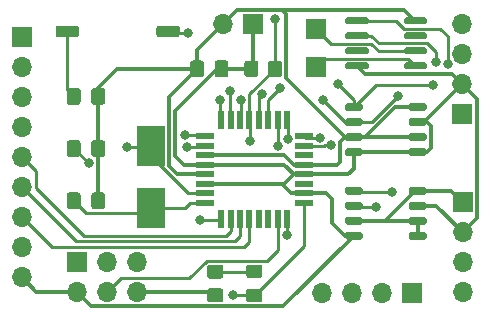
<source format=gtl>
%TF.GenerationSoftware,KiCad,Pcbnew,(5.1.6)-1*%
%TF.CreationDate,2021-02-06T14:44:39-06:00*%
%TF.ProjectId,Arduino_Clone,41726475-696e-46f5-9f43-6c6f6e652e6b,V 1.0*%
%TF.SameCoordinates,Original*%
%TF.FileFunction,Copper,L1,Top*%
%TF.FilePolarity,Positive*%
%FSLAX46Y46*%
G04 Gerber Fmt 4.6, Leading zero omitted, Abs format (unit mm)*
G04 Created by KiCad (PCBNEW (5.1.6)-1) date 2021-02-06 14:44:39*
%MOMM*%
%LPD*%
G01*
G04 APERTURE LIST*
%TA.AperFunction,ComponentPad*%
%ADD10O,1.700000X1.700000*%
%TD*%
%TA.AperFunction,ComponentPad*%
%ADD11R,1.700000X1.700000*%
%TD*%
%TA.AperFunction,SMDPad,CuDef*%
%ADD12R,0.550000X1.500000*%
%TD*%
%TA.AperFunction,SMDPad,CuDef*%
%ADD13R,1.500000X0.550000*%
%TD*%
%TA.AperFunction,SMDPad,CuDef*%
%ADD14R,1.800000X1.750000*%
%TD*%
%TA.AperFunction,SMDPad,CuDef*%
%ADD15R,2.400000X3.500000*%
%TD*%
%TA.AperFunction,ViaPad*%
%ADD16C,0.800000*%
%TD*%
%TA.AperFunction,Conductor*%
%ADD17C,0.300000*%
%TD*%
%TA.AperFunction,Conductor*%
%ADD18C,0.250000*%
%TD*%
G04 APERTURE END LIST*
%TO.P,SW1,1*%
%TO.N,Net-(C4-Pad1)*%
%TA.AperFunction,SMDPad,CuDef*%
G36*
G01*
X105575800Y-75303000D02*
X104075800Y-75303000D01*
G75*
G02*
X103825800Y-75053000I0J250000D01*
G01*
X103825800Y-74553000D01*
G75*
G02*
X104075800Y-74303000I250000J0D01*
G01*
X105575800Y-74303000D01*
G75*
G02*
X105825800Y-74553000I0J-250000D01*
G01*
X105825800Y-75053000D01*
G75*
G02*
X105575800Y-75303000I-250000J0D01*
G01*
G37*
%TD.AperFunction*%
%TO.P,SW1,2*%
%TO.N,/RESET*%
%TA.AperFunction,SMDPad,CuDef*%
G36*
G01*
X114113000Y-75303000D02*
X112613000Y-75303000D01*
G75*
G02*
X112363000Y-75053000I0J250000D01*
G01*
X112363000Y-74553000D01*
G75*
G02*
X112613000Y-74303000I250000J0D01*
G01*
X114113000Y-74303000D01*
G75*
G02*
X114363000Y-74553000I0J-250000D01*
G01*
X114363000Y-75053000D01*
G75*
G02*
X114113000Y-75303000I-250000J0D01*
G01*
G37*
%TD.AperFunction*%
%TD*%
D10*
%TO.P,BT1,2*%
%TO.N,GND*%
X117983000Y-74168000D03*
D11*
%TO.P,BT1,1*%
%TO.N,/Vcc*%
X120523000Y-74168000D03*
%TD*%
%TO.P,C1,2*%
%TO.N,GND*%
%TA.AperFunction,SMDPad,CuDef*%
G36*
G01*
X106854500Y-85200500D02*
X106854500Y-84250500D01*
G75*
G02*
X107104500Y-84000500I250000J0D01*
G01*
X107779500Y-84000500D01*
G75*
G02*
X108029500Y-84250500I0J-250000D01*
G01*
X108029500Y-85200500D01*
G75*
G02*
X107779500Y-85450500I-250000J0D01*
G01*
X107104500Y-85450500D01*
G75*
G02*
X106854500Y-85200500I0J250000D01*
G01*
G37*
%TD.AperFunction*%
%TO.P,C1,1*%
%TO.N,Net-(C1-Pad1)*%
%TA.AperFunction,SMDPad,CuDef*%
G36*
G01*
X104779500Y-85200500D02*
X104779500Y-84250500D01*
G75*
G02*
X105029500Y-84000500I250000J0D01*
G01*
X105704500Y-84000500D01*
G75*
G02*
X105954500Y-84250500I0J-250000D01*
G01*
X105954500Y-85200500D01*
G75*
G02*
X105704500Y-85450500I-250000J0D01*
G01*
X105029500Y-85450500D01*
G75*
G02*
X104779500Y-85200500I0J250000D01*
G01*
G37*
%TD.AperFunction*%
%TD*%
%TO.P,C2,1*%
%TO.N,Net-(C2-Pad1)*%
%TA.AperFunction,SMDPad,CuDef*%
G36*
G01*
X104779500Y-89618250D02*
X104779500Y-88668250D01*
G75*
G02*
X105029500Y-88418250I250000J0D01*
G01*
X105704500Y-88418250D01*
G75*
G02*
X105954500Y-88668250I0J-250000D01*
G01*
X105954500Y-89618250D01*
G75*
G02*
X105704500Y-89868250I-250000J0D01*
G01*
X105029500Y-89868250D01*
G75*
G02*
X104779500Y-89618250I0J250000D01*
G01*
G37*
%TD.AperFunction*%
%TO.P,C2,2*%
%TO.N,GND*%
%TA.AperFunction,SMDPad,CuDef*%
G36*
G01*
X106854500Y-89618250D02*
X106854500Y-88668250D01*
G75*
G02*
X107104500Y-88418250I250000J0D01*
G01*
X107779500Y-88418250D01*
G75*
G02*
X108029500Y-88668250I0J-250000D01*
G01*
X108029500Y-89618250D01*
G75*
G02*
X107779500Y-89868250I-250000J0D01*
G01*
X107104500Y-89868250D01*
G75*
G02*
X106854500Y-89618250I0J250000D01*
G01*
G37*
%TD.AperFunction*%
%TD*%
%TO.P,C3,2*%
%TO.N,GND*%
%TA.AperFunction,SMDPad,CuDef*%
G36*
G01*
X116390000Y-77503000D02*
X116390000Y-78453000D01*
G75*
G02*
X116140000Y-78703000I-250000J0D01*
G01*
X115465000Y-78703000D01*
G75*
G02*
X115215000Y-78453000I0J250000D01*
G01*
X115215000Y-77503000D01*
G75*
G02*
X115465000Y-77253000I250000J0D01*
G01*
X116140000Y-77253000D01*
G75*
G02*
X116390000Y-77503000I0J-250000D01*
G01*
G37*
%TD.AperFunction*%
%TO.P,C3,1*%
%TO.N,/Vcc*%
%TA.AperFunction,SMDPad,CuDef*%
G36*
G01*
X118465000Y-77503000D02*
X118465000Y-78453000D01*
G75*
G02*
X118215000Y-78703000I-250000J0D01*
G01*
X117540000Y-78703000D01*
G75*
G02*
X117290000Y-78453000I0J250000D01*
G01*
X117290000Y-77503000D01*
G75*
G02*
X117540000Y-77253000I250000J0D01*
G01*
X118215000Y-77253000D01*
G75*
G02*
X118465000Y-77503000I0J-250000D01*
G01*
G37*
%TD.AperFunction*%
%TD*%
%TO.P,C4,1*%
%TO.N,Net-(C4-Pad1)*%
%TA.AperFunction,SMDPad,CuDef*%
G36*
G01*
X104779500Y-80782750D02*
X104779500Y-79832750D01*
G75*
G02*
X105029500Y-79582750I250000J0D01*
G01*
X105704500Y-79582750D01*
G75*
G02*
X105954500Y-79832750I0J-250000D01*
G01*
X105954500Y-80782750D01*
G75*
G02*
X105704500Y-81032750I-250000J0D01*
G01*
X105029500Y-81032750D01*
G75*
G02*
X104779500Y-80782750I0J250000D01*
G01*
G37*
%TD.AperFunction*%
%TO.P,C4,2*%
%TO.N,GND*%
%TA.AperFunction,SMDPad,CuDef*%
G36*
G01*
X106854500Y-80782750D02*
X106854500Y-79832750D01*
G75*
G02*
X107104500Y-79582750I250000J0D01*
G01*
X107779500Y-79582750D01*
G75*
G02*
X108029500Y-79832750I0J-250000D01*
G01*
X108029500Y-80782750D01*
G75*
G02*
X107779500Y-81032750I-250000J0D01*
G01*
X107104500Y-81032750D01*
G75*
G02*
X106854500Y-80782750I0J250000D01*
G01*
G37*
%TD.AperFunction*%
%TD*%
%TO.P,D1,1*%
%TO.N,Net-(D1-Pad1)*%
%TA.AperFunction,SMDPad,CuDef*%
G36*
G01*
X120199999Y-94539000D02*
X121100001Y-94539000D01*
G75*
G02*
X121350000Y-94788999I0J-249999D01*
G01*
X121350000Y-95439001D01*
G75*
G02*
X121100001Y-95689000I-249999J0D01*
G01*
X120199999Y-95689000D01*
G75*
G02*
X119950000Y-95439001I0J249999D01*
G01*
X119950000Y-94788999D01*
G75*
G02*
X120199999Y-94539000I249999J0D01*
G01*
G37*
%TD.AperFunction*%
%TO.P,D1,2*%
%TO.N,/SCK*%
%TA.AperFunction,SMDPad,CuDef*%
G36*
G01*
X120199999Y-96589000D02*
X121100001Y-96589000D01*
G75*
G02*
X121350000Y-96838999I0J-249999D01*
G01*
X121350000Y-97489001D01*
G75*
G02*
X121100001Y-97739000I-249999J0D01*
G01*
X120199999Y-97739000D01*
G75*
G02*
X119950000Y-97489001I0J249999D01*
G01*
X119950000Y-96838999D01*
G75*
G02*
X120199999Y-96589000I249999J0D01*
G01*
G37*
%TD.AperFunction*%
%TD*%
%TO.P,J1,1*%
%TO.N,/D2*%
X100965000Y-75311000D03*
D10*
%TO.P,J1,2*%
%TO.N,/D3*%
X100965000Y-77851000D03*
%TO.P,J1,3*%
%TO.N,/D4*%
X100965000Y-80391000D03*
%TO.P,J1,4*%
%TO.N,/D5*%
X100965000Y-82931000D03*
%TO.P,J1,5*%
%TO.N,/D6*%
X100965000Y-85471000D03*
%TO.P,J1,6*%
%TO.N,/D7*%
X100965000Y-88011000D03*
%TO.P,J1,7*%
%TO.N,/D8*%
X100965000Y-90551000D03*
%TO.P,J1,8*%
%TO.N,GND*%
X100965000Y-93091000D03*
%TO.P,J1,9*%
%TO.N,/Vcc*%
X100965000Y-95631000D03*
%TD*%
D11*
%TO.P,J2,1*%
%TO.N,GND*%
X138253000Y-81788000D03*
D10*
%TO.P,J2,2*%
%TO.N,/Vcc*%
X138253000Y-79248000D03*
%TO.P,J2,3*%
%TO.N,/RX*%
X138253000Y-76708000D03*
%TO.P,J2,4*%
%TO.N,/TX*%
X138253000Y-74168000D03*
%TD*%
D11*
%TO.P,J3,1*%
%TO.N,/MISO*%
X105664000Y-94341000D03*
D10*
%TO.P,J3,2*%
%TO.N,/Vcc*%
X105664000Y-96881000D03*
%TO.P,J3,3*%
%TO.N,/SCK*%
X108204000Y-94341000D03*
%TO.P,J3,4*%
%TO.N,/MOSI*%
X108204000Y-96881000D03*
%TO.P,J3,5*%
%TO.N,/RESET*%
X110744000Y-94341000D03*
%TO.P,J3,6*%
%TO.N,GND*%
X110744000Y-96881000D03*
%TD*%
%TO.P,J4,4*%
%TO.N,/SCL*%
X138303000Y-96901000D03*
%TO.P,J4,3*%
%TO.N,/SDA*%
X138303000Y-94361000D03*
%TO.P,J4,2*%
%TO.N,/Vcc*%
X138303000Y-91821000D03*
D11*
%TO.P,J4,1*%
%TO.N,GND*%
X138303000Y-89281000D03*
%TD*%
%TO.P,J5,1*%
%TO.N,/A0*%
X133985000Y-96931000D03*
D10*
%TO.P,J5,2*%
%TO.N,/A1*%
X131445000Y-96931000D03*
%TO.P,J5,3*%
%TO.N,/A2*%
X128905000Y-96931000D03*
%TO.P,J5,4*%
%TO.N,/A3*%
X126365000Y-96931000D03*
%TD*%
%TO.P,R1,1*%
%TO.N,Net-(D1-Pad1)*%
%TA.AperFunction,SMDPad,CuDef*%
G36*
G01*
X116897999Y-94539000D02*
X117798001Y-94539000D01*
G75*
G02*
X118048000Y-94788999I0J-249999D01*
G01*
X118048000Y-95489001D01*
G75*
G02*
X117798001Y-95739000I-249999J0D01*
G01*
X116897999Y-95739000D01*
G75*
G02*
X116648000Y-95489001I0J249999D01*
G01*
X116648000Y-94788999D01*
G75*
G02*
X116897999Y-94539000I249999J0D01*
G01*
G37*
%TD.AperFunction*%
%TO.P,R1,2*%
%TO.N,GND*%
%TA.AperFunction,SMDPad,CuDef*%
G36*
G01*
X116897999Y-96539000D02*
X117798001Y-96539000D01*
G75*
G02*
X118048000Y-96788999I0J-249999D01*
G01*
X118048000Y-97489001D01*
G75*
G02*
X117798001Y-97739000I-249999J0D01*
G01*
X116897999Y-97739000D01*
G75*
G02*
X116648000Y-97489001I0J249999D01*
G01*
X116648000Y-96788999D01*
G75*
G02*
X116897999Y-96539000I249999J0D01*
G01*
G37*
%TD.AperFunction*%
%TD*%
%TO.P,R2,1*%
%TO.N,/RESET*%
%TA.AperFunction,SMDPad,CuDef*%
G36*
G01*
X123012000Y-77527999D02*
X123012000Y-78428001D01*
G75*
G02*
X122762001Y-78678000I-249999J0D01*
G01*
X122061999Y-78678000D01*
G75*
G02*
X121812000Y-78428001I0J249999D01*
G01*
X121812000Y-77527999D01*
G75*
G02*
X122061999Y-77278000I249999J0D01*
G01*
X122762001Y-77278000D01*
G75*
G02*
X123012000Y-77527999I0J-249999D01*
G01*
G37*
%TD.AperFunction*%
%TO.P,R2,2*%
%TO.N,/Vcc*%
%TA.AperFunction,SMDPad,CuDef*%
G36*
G01*
X121012000Y-77527999D02*
X121012000Y-78428001D01*
G75*
G02*
X120762001Y-78678000I-249999J0D01*
G01*
X120061999Y-78678000D01*
G75*
G02*
X119812000Y-78428001I0J249999D01*
G01*
X119812000Y-77527999D01*
G75*
G02*
X120061999Y-77278000I249999J0D01*
G01*
X120762001Y-77278000D01*
G75*
G02*
X121012000Y-77527999I0J-249999D01*
G01*
G37*
%TD.AperFunction*%
%TD*%
%TO.P,U1,8*%
%TO.N,/Vcc*%
%TA.AperFunction,SMDPad,CuDef*%
G36*
G01*
X128468000Y-91821666D02*
X129718000Y-91821666D01*
G75*
G02*
X129868000Y-91971666I0J-150000D01*
G01*
X129868000Y-92271666D01*
G75*
G02*
X129718000Y-92421666I-150000J0D01*
G01*
X128468000Y-92421666D01*
G75*
G02*
X128318000Y-92271666I0J150000D01*
G01*
X128318000Y-91971666D01*
G75*
G02*
X128468000Y-91821666I150000J0D01*
G01*
G37*
%TD.AperFunction*%
%TO.P,U1,7*%
%TO.N,GND*%
%TA.AperFunction,SMDPad,CuDef*%
G36*
G01*
X128468000Y-90551666D02*
X129718000Y-90551666D01*
G75*
G02*
X129868000Y-90701666I0J-150000D01*
G01*
X129868000Y-91001666D01*
G75*
G02*
X129718000Y-91151666I-150000J0D01*
G01*
X128468000Y-91151666D01*
G75*
G02*
X128318000Y-91001666I0J150000D01*
G01*
X128318000Y-90701666D01*
G75*
G02*
X128468000Y-90551666I150000J0D01*
G01*
G37*
%TD.AperFunction*%
%TO.P,U1,6*%
%TO.N,/SCL*%
%TA.AperFunction,SMDPad,CuDef*%
G36*
G01*
X128468000Y-89281666D02*
X129718000Y-89281666D01*
G75*
G02*
X129868000Y-89431666I0J-150000D01*
G01*
X129868000Y-89731666D01*
G75*
G02*
X129718000Y-89881666I-150000J0D01*
G01*
X128468000Y-89881666D01*
G75*
G02*
X128318000Y-89731666I0J150000D01*
G01*
X128318000Y-89431666D01*
G75*
G02*
X128468000Y-89281666I150000J0D01*
G01*
G37*
%TD.AperFunction*%
%TO.P,U1,5*%
%TO.N,/SDA*%
%TA.AperFunction,SMDPad,CuDef*%
G36*
G01*
X128468000Y-88011666D02*
X129718000Y-88011666D01*
G75*
G02*
X129868000Y-88161666I0J-150000D01*
G01*
X129868000Y-88461666D01*
G75*
G02*
X129718000Y-88611666I-150000J0D01*
G01*
X128468000Y-88611666D01*
G75*
G02*
X128318000Y-88461666I0J150000D01*
G01*
X128318000Y-88161666D01*
G75*
G02*
X128468000Y-88011666I150000J0D01*
G01*
G37*
%TD.AperFunction*%
%TO.P,U1,4*%
%TO.N,GND*%
%TA.AperFunction,SMDPad,CuDef*%
G36*
G01*
X133868000Y-88011666D02*
X135118000Y-88011666D01*
G75*
G02*
X135268000Y-88161666I0J-150000D01*
G01*
X135268000Y-88461666D01*
G75*
G02*
X135118000Y-88611666I-150000J0D01*
G01*
X133868000Y-88611666D01*
G75*
G02*
X133718000Y-88461666I0J150000D01*
G01*
X133718000Y-88161666D01*
G75*
G02*
X133868000Y-88011666I150000J0D01*
G01*
G37*
%TD.AperFunction*%
%TO.P,U1,3*%
%TO.N,/Vcc*%
%TA.AperFunction,SMDPad,CuDef*%
G36*
G01*
X133868000Y-89281666D02*
X135118000Y-89281666D01*
G75*
G02*
X135268000Y-89431666I0J-150000D01*
G01*
X135268000Y-89731666D01*
G75*
G02*
X135118000Y-89881666I-150000J0D01*
G01*
X133868000Y-89881666D01*
G75*
G02*
X133718000Y-89731666I0J150000D01*
G01*
X133718000Y-89431666D01*
G75*
G02*
X133868000Y-89281666I150000J0D01*
G01*
G37*
%TD.AperFunction*%
%TO.P,U1,2*%
%TO.N,GND*%
%TA.AperFunction,SMDPad,CuDef*%
G36*
G01*
X133868000Y-90551666D02*
X135118000Y-90551666D01*
G75*
G02*
X135268000Y-90701666I0J-150000D01*
G01*
X135268000Y-91001666D01*
G75*
G02*
X135118000Y-91151666I-150000J0D01*
G01*
X133868000Y-91151666D01*
G75*
G02*
X133718000Y-91001666I0J150000D01*
G01*
X133718000Y-90701666D01*
G75*
G02*
X133868000Y-90551666I150000J0D01*
G01*
G37*
%TD.AperFunction*%
%TO.P,U1,1*%
%TA.AperFunction,SMDPad,CuDef*%
G36*
G01*
X133868000Y-91821666D02*
X135118000Y-91821666D01*
G75*
G02*
X135268000Y-91971666I0J-150000D01*
G01*
X135268000Y-92271666D01*
G75*
G02*
X135118000Y-92421666I-150000J0D01*
G01*
X133868000Y-92421666D01*
G75*
G02*
X133718000Y-92271666I0J150000D01*
G01*
X133718000Y-91971666D01*
G75*
G02*
X133868000Y-91821666I150000J0D01*
G01*
G37*
%TD.AperFunction*%
%TD*%
%TO.P,U2,1*%
%TO.N,/Vcc*%
%TA.AperFunction,SMDPad,CuDef*%
G36*
G01*
X133868000Y-84713133D02*
X135118000Y-84713133D01*
G75*
G02*
X135268000Y-84863133I0J-150000D01*
G01*
X135268000Y-85163133D01*
G75*
G02*
X135118000Y-85313133I-150000J0D01*
G01*
X133868000Y-85313133D01*
G75*
G02*
X133718000Y-85163133I0J150000D01*
G01*
X133718000Y-84863133D01*
G75*
G02*
X133868000Y-84713133I150000J0D01*
G01*
G37*
%TD.AperFunction*%
%TO.P,U2,2*%
%TO.N,GND*%
%TA.AperFunction,SMDPad,CuDef*%
G36*
G01*
X133868000Y-83443133D02*
X135118000Y-83443133D01*
G75*
G02*
X135268000Y-83593133I0J-150000D01*
G01*
X135268000Y-83893133D01*
G75*
G02*
X135118000Y-84043133I-150000J0D01*
G01*
X133868000Y-84043133D01*
G75*
G02*
X133718000Y-83893133I0J150000D01*
G01*
X133718000Y-83593133D01*
G75*
G02*
X133868000Y-83443133I150000J0D01*
G01*
G37*
%TD.AperFunction*%
%TO.P,U2,3*%
%TO.N,/Vcc*%
%TA.AperFunction,SMDPad,CuDef*%
G36*
G01*
X133868000Y-82173133D02*
X135118000Y-82173133D01*
G75*
G02*
X135268000Y-82323133I0J-150000D01*
G01*
X135268000Y-82623133D01*
G75*
G02*
X135118000Y-82773133I-150000J0D01*
G01*
X133868000Y-82773133D01*
G75*
G02*
X133718000Y-82623133I0J150000D01*
G01*
X133718000Y-82323133D01*
G75*
G02*
X133868000Y-82173133I150000J0D01*
G01*
G37*
%TD.AperFunction*%
%TO.P,U2,4*%
%TO.N,GND*%
%TA.AperFunction,SMDPad,CuDef*%
G36*
G01*
X133868000Y-80903133D02*
X135118000Y-80903133D01*
G75*
G02*
X135268000Y-81053133I0J-150000D01*
G01*
X135268000Y-81353133D01*
G75*
G02*
X135118000Y-81503133I-150000J0D01*
G01*
X133868000Y-81503133D01*
G75*
G02*
X133718000Y-81353133I0J150000D01*
G01*
X133718000Y-81053133D01*
G75*
G02*
X133868000Y-80903133I150000J0D01*
G01*
G37*
%TD.AperFunction*%
%TO.P,U2,5*%
%TO.N,/SDA*%
%TA.AperFunction,SMDPad,CuDef*%
G36*
G01*
X128468000Y-80903133D02*
X129718000Y-80903133D01*
G75*
G02*
X129868000Y-81053133I0J-150000D01*
G01*
X129868000Y-81353133D01*
G75*
G02*
X129718000Y-81503133I-150000J0D01*
G01*
X128468000Y-81503133D01*
G75*
G02*
X128318000Y-81353133I0J150000D01*
G01*
X128318000Y-81053133D01*
G75*
G02*
X128468000Y-80903133I150000J0D01*
G01*
G37*
%TD.AperFunction*%
%TO.P,U2,6*%
%TO.N,/SCL*%
%TA.AperFunction,SMDPad,CuDef*%
G36*
G01*
X128468000Y-82173133D02*
X129718000Y-82173133D01*
G75*
G02*
X129868000Y-82323133I0J-150000D01*
G01*
X129868000Y-82623133D01*
G75*
G02*
X129718000Y-82773133I-150000J0D01*
G01*
X128468000Y-82773133D01*
G75*
G02*
X128318000Y-82623133I0J150000D01*
G01*
X128318000Y-82323133D01*
G75*
G02*
X128468000Y-82173133I150000J0D01*
G01*
G37*
%TD.AperFunction*%
%TO.P,U2,7*%
%TO.N,GND*%
%TA.AperFunction,SMDPad,CuDef*%
G36*
G01*
X128468000Y-83443133D02*
X129718000Y-83443133D01*
G75*
G02*
X129868000Y-83593133I0J-150000D01*
G01*
X129868000Y-83893133D01*
G75*
G02*
X129718000Y-84043133I-150000J0D01*
G01*
X128468000Y-84043133D01*
G75*
G02*
X128318000Y-83893133I0J150000D01*
G01*
X128318000Y-83593133D01*
G75*
G02*
X128468000Y-83443133I150000J0D01*
G01*
G37*
%TD.AperFunction*%
%TO.P,U2,8*%
%TO.N,/Vcc*%
%TA.AperFunction,SMDPad,CuDef*%
G36*
G01*
X128468000Y-84713133D02*
X129718000Y-84713133D01*
G75*
G02*
X129868000Y-84863133I0J-150000D01*
G01*
X129868000Y-85163133D01*
G75*
G02*
X129718000Y-85313133I-150000J0D01*
G01*
X128468000Y-85313133D01*
G75*
G02*
X128318000Y-85163133I0J150000D01*
G01*
X128318000Y-84863133D01*
G75*
G02*
X128468000Y-84713133I150000J0D01*
G01*
G37*
%TD.AperFunction*%
%TD*%
%TO.P,U3,1*%
%TO.N,Net-(U3-Pad1)*%
%TA.AperFunction,SMDPad,CuDef*%
G36*
G01*
X135276000Y-77574000D02*
X135276000Y-77874000D01*
G75*
G02*
X135126000Y-78024000I-150000J0D01*
G01*
X133476000Y-78024000D01*
G75*
G02*
X133326000Y-77874000I0J150000D01*
G01*
X133326000Y-77574000D01*
G75*
G02*
X133476000Y-77424000I150000J0D01*
G01*
X135126000Y-77424000D01*
G75*
G02*
X135276000Y-77574000I0J-150000D01*
G01*
G37*
%TD.AperFunction*%
%TO.P,U3,2*%
%TO.N,Net-(U3-Pad2)*%
%TA.AperFunction,SMDPad,CuDef*%
G36*
G01*
X135276000Y-76304000D02*
X135276000Y-76604000D01*
G75*
G02*
X135126000Y-76754000I-150000J0D01*
G01*
X133476000Y-76754000D01*
G75*
G02*
X133326000Y-76604000I0J150000D01*
G01*
X133326000Y-76304000D01*
G75*
G02*
X133476000Y-76154000I150000J0D01*
G01*
X135126000Y-76154000D01*
G75*
G02*
X135276000Y-76304000I0J-150000D01*
G01*
G37*
%TD.AperFunction*%
%TO.P,U3,3*%
%TO.N,Net-(U3-Pad3)*%
%TA.AperFunction,SMDPad,CuDef*%
G36*
G01*
X135276000Y-75034000D02*
X135276000Y-75334000D01*
G75*
G02*
X135126000Y-75484000I-150000J0D01*
G01*
X133476000Y-75484000D01*
G75*
G02*
X133326000Y-75334000I0J150000D01*
G01*
X133326000Y-75034000D01*
G75*
G02*
X133476000Y-74884000I150000J0D01*
G01*
X135126000Y-74884000D01*
G75*
G02*
X135276000Y-75034000I0J-150000D01*
G01*
G37*
%TD.AperFunction*%
%TO.P,U3,4*%
%TO.N,GND*%
%TA.AperFunction,SMDPad,CuDef*%
G36*
G01*
X135276000Y-73764000D02*
X135276000Y-74064000D01*
G75*
G02*
X135126000Y-74214000I-150000J0D01*
G01*
X133476000Y-74214000D01*
G75*
G02*
X133326000Y-74064000I0J150000D01*
G01*
X133326000Y-73764000D01*
G75*
G02*
X133476000Y-73614000I150000J0D01*
G01*
X135126000Y-73614000D01*
G75*
G02*
X135276000Y-73764000I0J-150000D01*
G01*
G37*
%TD.AperFunction*%
%TO.P,U3,5*%
%TO.N,/SDA*%
%TA.AperFunction,SMDPad,CuDef*%
G36*
G01*
X130326000Y-73764000D02*
X130326000Y-74064000D01*
G75*
G02*
X130176000Y-74214000I-150000J0D01*
G01*
X128526000Y-74214000D01*
G75*
G02*
X128376000Y-74064000I0J150000D01*
G01*
X128376000Y-73764000D01*
G75*
G02*
X128526000Y-73614000I150000J0D01*
G01*
X130176000Y-73614000D01*
G75*
G02*
X130326000Y-73764000I0J-150000D01*
G01*
G37*
%TD.AperFunction*%
%TO.P,U3,6*%
%TO.N,/SCL*%
%TA.AperFunction,SMDPad,CuDef*%
G36*
G01*
X130326000Y-75034000D02*
X130326000Y-75334000D01*
G75*
G02*
X130176000Y-75484000I-150000J0D01*
G01*
X128526000Y-75484000D01*
G75*
G02*
X128376000Y-75334000I0J150000D01*
G01*
X128376000Y-75034000D01*
G75*
G02*
X128526000Y-74884000I150000J0D01*
G01*
X130176000Y-74884000D01*
G75*
G02*
X130326000Y-75034000I0J-150000D01*
G01*
G37*
%TD.AperFunction*%
%TO.P,U3,7*%
%TO.N,Net-(U3-Pad7)*%
%TA.AperFunction,SMDPad,CuDef*%
G36*
G01*
X130326000Y-76304000D02*
X130326000Y-76604000D01*
G75*
G02*
X130176000Y-76754000I-150000J0D01*
G01*
X128526000Y-76754000D01*
G75*
G02*
X128376000Y-76604000I0J150000D01*
G01*
X128376000Y-76304000D01*
G75*
G02*
X128526000Y-76154000I150000J0D01*
G01*
X130176000Y-76154000D01*
G75*
G02*
X130326000Y-76304000I0J-150000D01*
G01*
G37*
%TD.AperFunction*%
%TO.P,U3,8*%
%TO.N,/Vcc*%
%TA.AperFunction,SMDPad,CuDef*%
G36*
G01*
X130326000Y-77574000D02*
X130326000Y-77874000D01*
G75*
G02*
X130176000Y-78024000I-150000J0D01*
G01*
X128526000Y-78024000D01*
G75*
G02*
X128376000Y-77874000I0J150000D01*
G01*
X128376000Y-77574000D01*
G75*
G02*
X128526000Y-77424000I150000J0D01*
G01*
X130176000Y-77424000D01*
G75*
G02*
X130326000Y-77574000I0J-150000D01*
G01*
G37*
%TD.AperFunction*%
%TD*%
D12*
%TO.P,U4,9*%
%TO.N,/D5*%
X117850000Y-90687000D03*
D13*
%TO.P,U4,1*%
%TO.N,/D3*%
X116450000Y-83687000D03*
%TO.P,U4,2*%
%TO.N,/D4*%
X116450000Y-84487000D03*
%TO.P,U4,3*%
%TO.N,GND*%
X116450000Y-85287000D03*
%TO.P,U4,4*%
%TO.N,/Vcc*%
X116450000Y-86087000D03*
%TO.P,U4,5*%
%TO.N,GND*%
X116450000Y-86887000D03*
%TO.P,U4,6*%
%TO.N,/Vcc*%
X116450000Y-87687000D03*
%TO.P,U4,7*%
%TO.N,Net-(C1-Pad1)*%
X116450000Y-88487000D03*
%TO.P,U4,8*%
%TO.N,Net-(C2-Pad1)*%
X116450000Y-89287000D03*
D12*
%TO.P,U4,10*%
%TO.N,/D6*%
X118650000Y-90687000D03*
%TO.P,U4,11*%
%TO.N,/D7*%
X119450000Y-90687000D03*
%TO.P,U4,12*%
%TO.N,/D8*%
X120250000Y-90687000D03*
%TO.P,U4,13*%
%TO.N,Net-(U4-Pad13)*%
X121050000Y-90687000D03*
%TO.P,U4,14*%
%TO.N,Net-(U4-Pad14)*%
X121850000Y-90687000D03*
%TO.P,U4,15*%
%TO.N,/MOSI*%
X122650000Y-90687000D03*
%TO.P,U4,16*%
%TO.N,/MISO*%
X123450000Y-90687000D03*
D13*
%TO.P,U4,17*%
%TO.N,/SCK*%
X124850000Y-89287000D03*
%TO.P,U4,18*%
%TO.N,/Vcc*%
X124850000Y-88487000D03*
%TO.P,U4,19*%
%TO.N,Net-(U4-Pad19)*%
X124850000Y-87687000D03*
%TO.P,U4,20*%
%TO.N,/Vcc*%
X124850000Y-86887000D03*
%TO.P,U4,21*%
%TO.N,GND*%
X124850000Y-86087000D03*
%TO.P,U4,22*%
%TO.N,Net-(U4-Pad22)*%
X124850000Y-85287000D03*
%TO.P,U4,23*%
%TO.N,/A0*%
X124850000Y-84487000D03*
%TO.P,U4,24*%
%TO.N,/A1*%
X124850000Y-83687000D03*
D12*
%TO.P,U4,25*%
%TO.N,/A2*%
X123450000Y-82287000D03*
%TO.P,U4,26*%
%TO.N,/A3*%
X122650000Y-82287000D03*
%TO.P,U4,27*%
%TO.N,/SDA*%
X121850000Y-82287000D03*
%TO.P,U4,28*%
%TO.N,/SCL*%
X121050000Y-82287000D03*
%TO.P,U4,29*%
%TO.N,/RESET*%
X120250000Y-82287000D03*
%TO.P,U4,30*%
%TO.N,/RX*%
X119450000Y-82287000D03*
%TO.P,U4,31*%
%TO.N,/TX*%
X118650000Y-82287000D03*
%TO.P,U4,32*%
%TO.N,/D2*%
X117850000Y-82287000D03*
%TD*%
D14*
%TO.P,Y1,1*%
%TO.N,Net-(U3-Pad2)*%
X125857000Y-74575000D03*
%TO.P,Y1,2*%
%TO.N,Net-(U3-Pad1)*%
X125857000Y-77825000D03*
%TD*%
D15*
%TO.P,Y2,1*%
%TO.N,Net-(C1-Pad1)*%
X111887000Y-84522000D03*
%TO.P,Y2,2*%
%TO.N,Net-(C2-Pad1)*%
X111887000Y-89722000D03*
%TD*%
D16*
%TO.N,Net-(C1-Pad1)*%
X106680000Y-85979000D03*
X109855000Y-84582000D03*
%TO.N,/SCK*%
X118872000Y-97155000D03*
%TO.N,/D2*%
X117729000Y-80645000D03*
%TO.N,/D3*%
X114793579Y-83592048D03*
%TO.N,/D4*%
X114935000Y-84582000D03*
%TO.N,/D5*%
X116078000Y-90805000D03*
%TO.N,/RX*%
X119507000Y-80645000D03*
%TO.N,/TX*%
X118618000Y-79883000D03*
%TO.N,/MISO*%
X123444000Y-92075000D03*
%TO.N,/RESET*%
X115062000Y-74952000D03*
X120269000Y-84074000D03*
X122412000Y-73771000D03*
%TO.N,/SDA*%
X135763000Y-79375000D03*
X137033000Y-77597000D03*
X132334000Y-88392000D03*
X127762000Y-79248000D03*
X122809000Y-79629000D03*
%TO.N,/A0*%
X127139000Y-84455000D03*
%TO.N,/A1*%
X126238000Y-83820000D03*
%TO.N,/A2*%
X123472693Y-83924784D03*
%TO.N,/A3*%
X122682000Y-84537000D03*
%TO.N,/SCL*%
X130937000Y-89662000D03*
X132805236Y-80264000D03*
X136017000Y-77433000D03*
X126489867Y-80645000D03*
X121283381Y-80135708D03*
%TD*%
D17*
%TO.N,/Vcc*%
X135027867Y-82473133D02*
X134493000Y-82473133D01*
X138253000Y-79248000D02*
X135027867Y-82473133D01*
X136063666Y-89581666D02*
X138303000Y-91821000D01*
X134493000Y-89581666D02*
X136063666Y-89581666D01*
X123994998Y-86887000D02*
X124850000Y-86887000D01*
X123194998Y-86087000D02*
X123994998Y-86887000D01*
X116450000Y-86087000D02*
X123194998Y-86087000D01*
X123800000Y-88487000D02*
X124850000Y-88487000D01*
X116450000Y-87687000D02*
X123000000Y-87687000D01*
X123000000Y-87687000D02*
X123800000Y-88487000D01*
X128318000Y-92121666D02*
X127254000Y-91057666D01*
X129093000Y-92121666D02*
X128318000Y-92121666D01*
X127254000Y-91057666D02*
X127254000Y-89027000D01*
X126714000Y-88487000D02*
X124850000Y-88487000D01*
X127254000Y-89027000D02*
X126714000Y-88487000D01*
X123194998Y-87687000D02*
X123994998Y-86887000D01*
X123000000Y-87687000D02*
X123194998Y-87687000D01*
X129093000Y-85013133D02*
X134493000Y-85013133D01*
X135268000Y-82473133D02*
X134493000Y-82473133D01*
X135618010Y-82823143D02*
X135268000Y-82473133D01*
X135618010Y-84663123D02*
X135618010Y-82823143D01*
X135268000Y-85013133D02*
X135618010Y-84663123D01*
X134493000Y-85013133D02*
X135268000Y-85013133D01*
X137379010Y-78374010D02*
X138253000Y-79248000D01*
X130001010Y-78374010D02*
X137379010Y-78374010D01*
X129351000Y-77724000D02*
X130001010Y-78374010D01*
X117877500Y-77978000D02*
X120412000Y-77978000D01*
X120523000Y-77867000D02*
X120412000Y-77978000D01*
X120523000Y-74168000D02*
X120523000Y-77867000D01*
X102215000Y-96881000D02*
X100965000Y-95631000D01*
X105664000Y-96881000D02*
X102215000Y-96881000D01*
X123125656Y-98089010D02*
X129093000Y-92121666D01*
X106872010Y-98089010D02*
X123125656Y-98089010D01*
X105664000Y-96881000D02*
X106872010Y-98089010D01*
X139503001Y-80498001D02*
X138253000Y-79248000D01*
X139503001Y-90620999D02*
X139503001Y-80498001D01*
X138303000Y-91821000D02*
X139503001Y-90620999D01*
X116450000Y-86087000D02*
X114680011Y-86087000D01*
X114680011Y-86087000D02*
X113937011Y-85344000D01*
X117463546Y-77978000D02*
X117877500Y-77978000D01*
X113937011Y-81504535D02*
X117463546Y-77978000D01*
X113937011Y-85344000D02*
X113937011Y-81504535D01*
X129093000Y-85013133D02*
X129093000Y-86426000D01*
X128632000Y-86887000D02*
X124850000Y-86887000D01*
X129093000Y-86426000D02*
X128632000Y-86887000D01*
%TO.N,GND*%
X134493000Y-92121666D02*
X134493000Y-90851666D01*
X107442000Y-84725500D02*
X107442000Y-80307750D01*
X117090000Y-96881000D02*
X117348000Y-97139000D01*
X110744000Y-96881000D02*
X117090000Y-96881000D01*
X132537867Y-81203133D02*
X134493000Y-81203133D01*
X129997867Y-83743133D02*
X132537867Y-81203133D01*
X129997867Y-83743133D02*
X134493000Y-83743133D01*
X129093000Y-83743133D02*
X129997867Y-83743133D01*
X129093000Y-90851666D02*
X134493000Y-90851666D01*
X134280876Y-88311666D02*
X134493000Y-88311666D01*
X131740876Y-90851666D02*
X134280876Y-88311666D01*
X129093000Y-90851666D02*
X131740876Y-90851666D01*
X137333666Y-88311666D02*
X138303000Y-89281000D01*
X134493000Y-88311666D02*
X137333666Y-88311666D01*
X123994998Y-86087000D02*
X124850000Y-86087000D01*
X123194998Y-85287000D02*
X123994998Y-86087000D01*
X116450000Y-85287000D02*
X123194998Y-85287000D01*
X115802500Y-76348500D02*
X117983000Y-74168000D01*
X115802500Y-77978000D02*
X115802500Y-76348500D01*
X119183001Y-72967999D02*
X117983000Y-74168000D01*
X134301000Y-73914000D02*
X133354999Y-72967999D01*
X126655001Y-72967999D02*
X126180999Y-72967999D01*
X133354999Y-72967999D02*
X126180999Y-72967999D01*
X123362010Y-73337008D02*
X122993001Y-72967999D01*
X123362010Y-78787143D02*
X123362010Y-73337008D01*
X122993001Y-72967999D02*
X119183001Y-72967999D01*
X126180999Y-72967999D02*
X122993001Y-72967999D01*
X113437001Y-80343499D02*
X115802500Y-77978000D01*
X113437001Y-86233000D02*
X113437001Y-80343499D01*
X116450000Y-86887000D02*
X114091001Y-86887000D01*
X114091001Y-86887000D02*
X113437001Y-86233000D01*
X109046750Y-77978000D02*
X115802500Y-77978000D01*
X107442000Y-79582750D02*
X109046750Y-77978000D01*
X107442000Y-80307750D02*
X107442000Y-79582750D01*
X107442000Y-89143250D02*
X107442000Y-84725500D01*
X128318000Y-83743133D02*
X123362010Y-78787143D01*
X128336747Y-83743133D02*
X129093000Y-83743133D01*
X128318000Y-83743133D02*
X127889000Y-84172133D01*
X129093000Y-83743133D02*
X128318000Y-83743133D01*
X127889000Y-84172133D02*
X127889000Y-85852000D01*
X127654000Y-86087000D02*
X124850000Y-86087000D01*
X127889000Y-85852000D02*
X127654000Y-86087000D01*
D18*
%TO.N,Net-(C1-Pad1)*%
X105367000Y-84725500D02*
X105426500Y-84725500D01*
X105426500Y-84725500D02*
X106680000Y-85979000D01*
X111827000Y-84582000D02*
X111887000Y-84522000D01*
X109855000Y-84582000D02*
X111827000Y-84582000D01*
X115019237Y-88487000D02*
X116450000Y-88487000D01*
X111887000Y-85354763D02*
X115019237Y-88487000D01*
X111887000Y-84522000D02*
X111887000Y-85354763D01*
%TO.N,Net-(C2-Pad1)*%
X111415740Y-90193260D02*
X111887000Y-89722000D01*
X106417010Y-90193260D02*
X111415740Y-90193260D01*
X105367000Y-89143250D02*
X106417010Y-90193260D01*
X111887000Y-89722000D02*
X114748000Y-89722000D01*
X115183000Y-89287000D02*
X116450000Y-89287000D01*
X114748000Y-89722000D02*
X115183000Y-89287000D01*
%TO.N,Net-(C4-Pad1)*%
X104825800Y-79766550D02*
X105367000Y-80307750D01*
X104825800Y-74803000D02*
X104825800Y-79766550D01*
%TO.N,Net-(D1-Pad1)*%
X120625000Y-95139000D02*
X120650000Y-95114000D01*
X117348000Y-95139000D02*
X120625000Y-95139000D01*
%TO.N,/SCK*%
X124850000Y-92964000D02*
X124850000Y-89287000D01*
X120650000Y-97164000D02*
X124850000Y-92964000D01*
X120641000Y-97155000D02*
X120650000Y-97164000D01*
X118872000Y-97155000D02*
X120641000Y-97155000D01*
%TO.N,/D2*%
X117729000Y-82166000D02*
X117850000Y-82287000D01*
X117729000Y-80645000D02*
X117729000Y-82166000D01*
%TO.N,/D3*%
X116355048Y-83592048D02*
X116450000Y-83687000D01*
X114793579Y-83592048D02*
X116355048Y-83592048D01*
%TO.N,/D4*%
X116355000Y-84582000D02*
X116450000Y-84487000D01*
X114935000Y-84582000D02*
X116355000Y-84582000D01*
%TO.N,/D5*%
X117732000Y-90805000D02*
X117850000Y-90687000D01*
X116078000Y-90805000D02*
X117732000Y-90805000D01*
%TO.N,/D6*%
X102140001Y-88043001D02*
X106229990Y-92132990D01*
X100965000Y-85471000D02*
X102140001Y-86646001D01*
X102140001Y-86646001D02*
X102140001Y-88043001D01*
X106229990Y-92132990D02*
X118237000Y-92132990D01*
X118650000Y-91719990D02*
X118650000Y-90687000D01*
X118237000Y-92132990D02*
X118650000Y-91719990D01*
%TO.N,/D7*%
X100965000Y-88011000D02*
X105537000Y-92583000D01*
X119450000Y-92145000D02*
X119450000Y-90687000D01*
X119012000Y-92583000D02*
X119450000Y-92145000D01*
X105537000Y-92583000D02*
X119012000Y-92583000D01*
%TO.N,/D8*%
X100965000Y-90551000D02*
X103505000Y-93091000D01*
X103505000Y-93091000D02*
X119761000Y-93091000D01*
X120250000Y-92602000D02*
X120250000Y-90687000D01*
X119761000Y-93091000D02*
X120250000Y-92602000D01*
%TO.N,/RX*%
X119507000Y-82230000D02*
X119450000Y-82287000D01*
X119507000Y-80645000D02*
X119507000Y-82230000D01*
%TO.N,/TX*%
X118618000Y-82255000D02*
X118650000Y-82287000D01*
X118618000Y-79883000D02*
X118618000Y-82255000D01*
%TO.N,/MISO*%
X123444000Y-90693000D02*
X123450000Y-90687000D01*
X123444000Y-92075000D02*
X123444000Y-90693000D01*
%TO.N,/MOSI*%
X116659820Y-94213990D02*
X121772990Y-94213990D01*
X115167811Y-95705999D02*
X116659820Y-94213990D01*
X108204000Y-96881000D02*
X109379001Y-95705999D01*
X109379001Y-95705999D02*
X115167811Y-95705999D01*
X122650000Y-93336980D02*
X122650000Y-90687000D01*
X121772990Y-94213990D02*
X122650000Y-93336980D01*
%TO.N,/RESET*%
X120250000Y-80140000D02*
X122412000Y-77978000D01*
X120250000Y-82287000D02*
X120250000Y-80140000D01*
X113512000Y-74952000D02*
X113363000Y-74803000D01*
X115062000Y-74952000D02*
X113512000Y-74952000D01*
X120269000Y-82306000D02*
X120250000Y-82287000D01*
X120269000Y-84074000D02*
X120269000Y-82306000D01*
X122412000Y-77978000D02*
X122412000Y-73771000D01*
%TO.N,/SDA*%
X133299222Y-74558990D02*
X135322758Y-74558990D01*
X129351000Y-73914000D02*
X132654232Y-73914000D01*
X132654232Y-73914000D02*
X133299222Y-74558990D01*
X130921133Y-79375000D02*
X129093000Y-81203133D01*
X135763000Y-79375000D02*
X130921133Y-79375000D01*
X135322758Y-74558990D02*
X136407990Y-74558990D01*
X136407990Y-74558990D02*
X137033000Y-75184000D01*
X137033000Y-75184000D02*
X137033000Y-77597000D01*
X129173334Y-88392000D02*
X129093000Y-88311666D01*
X132334000Y-88392000D02*
X129173334Y-88392000D01*
X129093000Y-81203133D02*
X129093000Y-80579000D01*
X129093000Y-80579000D02*
X127762000Y-79248000D01*
X121920000Y-82217000D02*
X121850000Y-82287000D01*
X121850000Y-80588000D02*
X121850000Y-82287000D01*
X122809000Y-79629000D02*
X121850000Y-80588000D01*
%TO.N,/A0*%
X124908001Y-84545001D02*
X124850000Y-84487000D01*
X126676002Y-84455000D02*
X126586001Y-84545001D01*
X126586001Y-84545001D02*
X124908001Y-84545001D01*
X127139000Y-84455000D02*
X126676002Y-84455000D01*
%TO.N,/A1*%
X124856000Y-83693000D02*
X124850000Y-83687000D01*
X124983000Y-83820000D02*
X124850000Y-83687000D01*
X126238000Y-83820000D02*
X124983000Y-83820000D01*
%TO.N,/A2*%
X123472693Y-82309693D02*
X123450000Y-82287000D01*
X123472693Y-83924784D02*
X123472693Y-82309693D01*
%TO.N,/A3*%
X122682000Y-82319000D02*
X122650000Y-82287000D01*
X122682000Y-84537000D02*
X122682000Y-82319000D01*
%TO.N,/SCL*%
X129173334Y-89662000D02*
X129093000Y-89581666D01*
X130937000Y-89662000D02*
X129173334Y-89662000D01*
X130596103Y-82473133D02*
X132805236Y-80264000D01*
X129093000Y-82473133D02*
X130596103Y-82473133D01*
X132805236Y-80264000D02*
X132805236Y-80264000D01*
X136017000Y-77433000D02*
X136017000Y-76523232D01*
X136017000Y-76523232D02*
X135312768Y-75819000D01*
X128318000Y-82473133D02*
X126489867Y-80645000D01*
X129093000Y-82473133D02*
X128318000Y-82473133D01*
X121158000Y-82179000D02*
X121050000Y-82287000D01*
X121050000Y-80369089D02*
X121050000Y-82287000D01*
X121283381Y-80135708D02*
X121050000Y-80369089D01*
X130557410Y-75184000D02*
X129351000Y-75184000D01*
X131192410Y-75819000D02*
X130557410Y-75184000D01*
X135312768Y-75819000D02*
X131192410Y-75819000D01*
%TO.N,Net-(U3-Pad1)*%
X133675990Y-77098990D02*
X126583010Y-77098990D01*
X126583010Y-77098990D02*
X125857000Y-77825000D01*
X134301000Y-77724000D02*
X133675990Y-77098990D01*
%TO.N,Net-(U3-Pad2)*%
X126111000Y-74829000D02*
X125857000Y-74575000D01*
X125892990Y-74539010D02*
X125857000Y-74575000D01*
X134301000Y-76454000D02*
X131191000Y-76454000D01*
X127110990Y-75828990D02*
X125857000Y-74575000D01*
X130565990Y-75828990D02*
X127110990Y-75828990D01*
X131191000Y-76454000D02*
X130565990Y-75828990D01*
%TD*%
M02*

</source>
